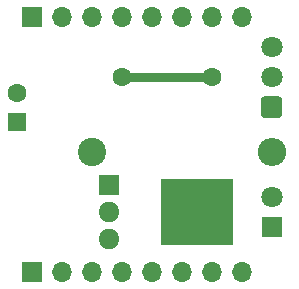
<source format=gbr>
%TF.GenerationSoftware,KiCad,Pcbnew,(5.1.7)-1*%
%TF.CreationDate,2020-10-30T16:09:29+01:00*%
%TF.ProjectId,RcOid,52634f69-642e-46b6-9963-61645f706362,rev?*%
%TF.SameCoordinates,Original*%
%TF.FileFunction,Copper,L1,Top*%
%TF.FilePolarity,Positive*%
%FSLAX46Y46*%
G04 Gerber Fmt 4.6, Leading zero omitted, Abs format (unit mm)*
G04 Created by KiCad (PCBNEW (5.1.7)-1) date 2020-10-30 16:09:29*
%MOMM*%
%LPD*%
G01*
G04 APERTURE LIST*
%TA.AperFunction,SMDPad,CuDef*%
%ADD10R,6.200000X5.700000*%
%TD*%
%TA.AperFunction,ComponentPad*%
%ADD11R,1.800000X1.717500*%
%TD*%
%TA.AperFunction,ComponentPad*%
%ADD12O,1.800000X1.717500*%
%TD*%
%TA.AperFunction,ComponentPad*%
%ADD13C,1.600000*%
%TD*%
%TA.AperFunction,ComponentPad*%
%ADD14R,1.600000X1.600000*%
%TD*%
%TA.AperFunction,ComponentPad*%
%ADD15R,1.800000X1.800000*%
%TD*%
%TA.AperFunction,ComponentPad*%
%ADD16C,1.800000*%
%TD*%
%TA.AperFunction,ComponentPad*%
%ADD17R,1.700000X1.700000*%
%TD*%
%TA.AperFunction,ComponentPad*%
%ADD18O,1.700000X1.700000*%
%TD*%
%TA.AperFunction,ComponentPad*%
%ADD19C,2.400000*%
%TD*%
%TA.AperFunction,ComponentPad*%
%ADD20O,2.400000X2.400000*%
%TD*%
%TA.AperFunction,ViaPad*%
%ADD21C,1.600000*%
%TD*%
%TA.AperFunction,Conductor*%
%ADD22C,0.800000*%
%TD*%
G04 APERTURE END LIST*
D10*
%TO.P,Q1,4*%
%TO.N,N/C*%
X143510000Y-110490000D03*
D11*
%TO.P,Q1,1*%
%TO.N,Net-(J2-Pad2)*%
X136076667Y-108200000D03*
D12*
%TO.P,Q1,2*%
%TO.N,GND*%
X136076667Y-110490000D03*
%TO.P,Q1,3*%
%TO.N,Net-(D1-Pad1)*%
X136076667Y-112780000D03*
%TD*%
D13*
%TO.P,C1,2*%
%TO.N,GND*%
X128270000Y-100370000D03*
D14*
%TO.P,C1,1*%
%TO.N,+3V3*%
X128270000Y-102870000D03*
%TD*%
D15*
%TO.P,D1,1*%
%TO.N,Net-(D1-Pad1)*%
X149860000Y-111760000D03*
D16*
%TO.P,D1,2*%
%TO.N,Net-(D1-Pad2)*%
X149860000Y-109220000D03*
%TD*%
D17*
%TO.P,J1,1*%
%TO.N,Net-(J1-Pad1)*%
X129540000Y-93980000D03*
D18*
%TO.P,J1,2*%
%TO.N,GND*%
X132080000Y-93980000D03*
%TO.P,J1,3*%
%TO.N,Net-(J1-Pad3)*%
X134620000Y-93980000D03*
%TO.P,J1,4*%
%TO.N,Net-(J1-Pad4)*%
X137160000Y-93980000D03*
%TO.P,J1,5*%
%TO.N,Net-(J1-Pad5)*%
X139700000Y-93980000D03*
%TO.P,J1,6*%
%TO.N,Net-(J1-Pad6)*%
X142240000Y-93980000D03*
%TO.P,J1,7*%
%TO.N,Net-(J1-Pad7)*%
X144780000Y-93980000D03*
%TO.P,J1,8*%
%TO.N,Net-(J1-Pad8)*%
X147320000Y-93980000D03*
%TD*%
%TO.P,J2,8*%
%TO.N,Net-(J2-Pad8)*%
X147320000Y-115570000D03*
%TO.P,J2,7*%
%TO.N,Net-(J2-Pad7)*%
X144780000Y-115570000D03*
%TO.P,J2,6*%
%TO.N,Net-(J2-Pad6)*%
X142240000Y-115570000D03*
%TO.P,J2,5*%
%TO.N,Net-(J2-Pad5)*%
X139700000Y-115570000D03*
%TO.P,J2,4*%
%TO.N,Net-(J2-Pad4)*%
X137160000Y-115570000D03*
%TO.P,J2,3*%
%TO.N,Net-(J2-Pad3)*%
X134620000Y-115570000D03*
%TO.P,J2,2*%
%TO.N,Net-(J2-Pad2)*%
X132080000Y-115570000D03*
D17*
%TO.P,J2,1*%
%TO.N,+3V3*%
X129540000Y-115570000D03*
%TD*%
%TO.P,U1,1*%
%TO.N,Net-(J1-Pad3)*%
%TA.AperFunction,ComponentPad*%
G36*
G01*
X150509800Y-102500000D02*
X149210200Y-102500000D01*
G75*
G02*
X148960000Y-102249800I0J250200D01*
G01*
X148960000Y-100950200D01*
G75*
G02*
X149210200Y-100700000I250200J0D01*
G01*
X150509800Y-100700000D01*
G75*
G02*
X150760000Y-100950200I0J-250200D01*
G01*
X150760000Y-102249800D01*
G75*
G02*
X150509800Y-102500000I-250200J0D01*
G01*
G37*
%TD.AperFunction*%
D16*
%TO.P,U1,2*%
%TO.N,GND*%
X149860000Y-99060000D03*
%TO.P,U1,3*%
%TO.N,+3V3*%
X149860000Y-96520000D03*
%TD*%
D19*
%TO.P,R1,1*%
%TO.N,+3V3*%
X134620000Y-105410000D03*
D20*
%TO.P,R1,2*%
%TO.N,Net-(D1-Pad2)*%
X149860000Y-105410000D03*
%TD*%
D21*
%TO.N,GND*%
X137160000Y-99060000D03*
X144780000Y-99060000D03*
%TD*%
D22*
%TO.N,GND*%
X137160000Y-99060000D02*
X144780000Y-99060000D01*
%TD*%
M02*

</source>
